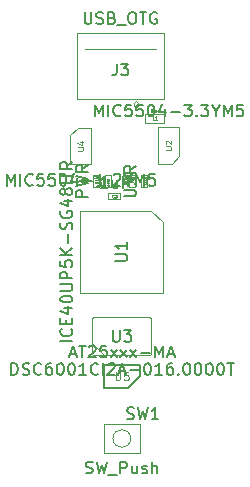
<source format=gbr>
G04 #@! TF.GenerationSoftware,KiCad,Pcbnew,5.0.1-33cea8e~66~ubuntu18.04.1*
G04 #@! TF.CreationDate,2018-10-16T23:10:54+02:00*
G04 #@! TF.ProjectId,TinyFPGA-BX,54696E79465047412D42582E6B696361,rev?*
G04 #@! TF.SameCoordinates,Original*
G04 #@! TF.FileFunction,Other,Fab,Top*
%FSLAX46Y46*%
G04 Gerber Fmt 4.6, Leading zero omitted, Abs format (unit mm)*
G04 Created by KiCad (PCBNEW 5.0.1-33cea8e~66~ubuntu18.04.1) date di 16 okt 2018 23:10:54 CEST*
%MOMM*%
%LPD*%
G01*
G04 APERTURE LIST*
%ADD10C,0.100000*%
%ADD11C,0.150000*%
%ADD12C,0.075000*%
%ADD13C,0.050000*%
%ADD14C,0.040000*%
%ADD15C,0.105000*%
G04 APERTURE END LIST*
D10*
G04 #@! TO.C,L1*
X154724000Y-102216000D02*
X154724000Y-103016000D01*
X153124000Y-102216000D02*
X154724000Y-102216000D01*
X153124000Y-103016000D02*
X153124000Y-102216000D01*
X154724000Y-103016000D02*
X153124000Y-103016000D01*
G04 #@! TO.C,R9*
X151769000Y-107392000D02*
X152269000Y-107392000D01*
X151769000Y-108392000D02*
X151769000Y-107392000D01*
X152269000Y-108392000D02*
X151769000Y-108392000D01*
X152269000Y-107392000D02*
X152269000Y-108392000D01*
G04 #@! TO.C,R8*
X149737000Y-107450000D02*
X150237000Y-107450000D01*
X149737000Y-108450000D02*
X149737000Y-107450000D01*
X150237000Y-108450000D02*
X149737000Y-108450000D01*
X150237000Y-107450000D02*
X150237000Y-108450000D01*
G04 #@! TO.C,U1*
X147630000Y-117419000D02*
X147630000Y-110419000D01*
X147630000Y-110419000D02*
X153630000Y-110419000D01*
X153630000Y-110419000D02*
X154630000Y-111419000D01*
X154630000Y-111419000D02*
X154630000Y-117419000D01*
X154630000Y-117419000D02*
X147630000Y-117419000D01*
G04 #@! TO.C,C3*
X150995000Y-108970000D02*
X150995000Y-109470000D01*
X150995000Y-109470000D02*
X149995000Y-109470000D01*
X149995000Y-109470000D02*
X149995000Y-108970000D01*
X149995000Y-108970000D02*
X150995000Y-108970000D01*
G04 #@! TO.C,D1*
X148721000Y-107627000D02*
X149221000Y-107627000D01*
X148721000Y-107527000D02*
X149221000Y-107527000D01*
X148721000Y-108427000D02*
X148721000Y-107427000D01*
X149221000Y-108427000D02*
X148721000Y-108427000D01*
X149221000Y-107427000D02*
X149221000Y-108427000D01*
X148721000Y-107427000D02*
X149221000Y-107427000D01*
G04 #@! TO.C,D2*
X152785000Y-107450000D02*
X153285000Y-107450000D01*
X153285000Y-107450000D02*
X153285000Y-108450000D01*
X153285000Y-108450000D02*
X152785000Y-108450000D01*
X152785000Y-108450000D02*
X152785000Y-107450000D01*
X152785000Y-107550000D02*
X153285000Y-107550000D01*
X152785000Y-107650000D02*
X153285000Y-107650000D01*
G04 #@! TO.C,J3*
X147321000Y-95421000D02*
X147321000Y-100971000D01*
X154021000Y-96721000D02*
X148021000Y-96721000D01*
X154721000Y-95421000D02*
X147321000Y-95421000D01*
X154721000Y-100971000D02*
X147321000Y-100971000D01*
X154721000Y-95421000D02*
X154721000Y-100971000D01*
X152321000Y-101121000D02*
X152521000Y-101321000D01*
X152121000Y-101321000D02*
X152321000Y-101121000D01*
X152521000Y-101531000D02*
X152121000Y-101531000D01*
X152521000Y-101531000D02*
X152521000Y-101321000D01*
X152121000Y-101531000D02*
X152121000Y-101321000D01*
G04 #@! TO.C,U2*
X154210000Y-106452000D02*
X154210000Y-103352000D01*
X154210000Y-103352000D02*
X156010000Y-103352000D01*
X156010000Y-105802000D02*
X156010000Y-103352000D01*
X154210000Y-106452000D02*
X155360000Y-106452000D01*
X156010000Y-105802000D02*
X155360000Y-106452000D01*
G04 #@! TO.C,U4*
X146758000Y-104063000D02*
X147408000Y-103413000D01*
X148558000Y-103413000D02*
X147408000Y-103413000D01*
X146758000Y-104063000D02*
X146758000Y-106513000D01*
X148558000Y-106513000D02*
X146758000Y-106513000D01*
X148558000Y-103413000D02*
X148558000Y-106513000D01*
G04 #@! TO.C,SW1*
X149630000Y-128473100D02*
X152630000Y-128473100D01*
X152630000Y-128473100D02*
X152630000Y-130973100D01*
X152630000Y-130973100D02*
X149630000Y-130973100D01*
X149630000Y-130973100D02*
X149630000Y-128473100D01*
X151880000Y-129723100D02*
G75*
G03X151880000Y-129723100I-750000J0D01*
G01*
G04 #@! TO.C,U3*
X148730000Y-119474000D02*
X153530000Y-119474000D01*
X153530000Y-119474000D02*
X153630000Y-119574000D01*
X153630000Y-119574000D02*
X153630000Y-122574000D01*
X153630000Y-122574000D02*
X153530000Y-122674000D01*
X153530000Y-122674000D02*
X148730000Y-122674000D01*
X148730000Y-122674000D02*
X148630000Y-122574000D01*
X148630000Y-122574000D02*
X148630000Y-119574000D01*
X148630000Y-119574000D02*
X148730000Y-119474000D01*
X148630000Y-121674000D02*
X149630000Y-122674000D01*
D11*
G04 #@! TO.C,U5*
X151630000Y-125460000D02*
X149630000Y-125460000D01*
X149630000Y-125460000D02*
X149630000Y-123460000D01*
X149630000Y-123460000D02*
X152630000Y-123460000D01*
X152630000Y-123460000D02*
X152630000Y-124460000D01*
X152630000Y-124460000D02*
X151630000Y-125460000D01*
G04 #@! TD*
G04 #@! TO.C,L1*
D12*
X153874000Y-102751714D02*
X153731142Y-102751714D01*
X153731142Y-102451714D01*
X154131142Y-102751714D02*
X153959714Y-102751714D01*
X154045428Y-102751714D02*
X154045428Y-102451714D01*
X154016857Y-102494571D01*
X153988285Y-102523142D01*
X153959714Y-102537428D01*
D13*
X153671619Y-101951714D02*
X153700190Y-101961238D01*
X153709714Y-101970761D01*
X153719238Y-101989809D01*
X153719238Y-102018380D01*
X153709714Y-102037428D01*
X153700190Y-102046952D01*
X153681142Y-102056476D01*
X153604952Y-102056476D01*
X153604952Y-101856476D01*
X153671619Y-101856476D01*
X153690666Y-101866000D01*
X153700190Y-101875523D01*
X153709714Y-101894571D01*
X153709714Y-101913619D01*
X153700190Y-101932666D01*
X153690666Y-101942190D01*
X153671619Y-101951714D01*
X153604952Y-101951714D01*
X153881142Y-102046952D02*
X153862095Y-102056476D01*
X153824000Y-102056476D01*
X153804952Y-102046952D01*
X153795428Y-102027904D01*
X153795428Y-101951714D01*
X153804952Y-101932666D01*
X153824000Y-101923142D01*
X153862095Y-101923142D01*
X153881142Y-101932666D01*
X153890666Y-101951714D01*
X153890666Y-101970761D01*
X153795428Y-101989809D01*
X154062095Y-102056476D02*
X154062095Y-101951714D01*
X154052571Y-101932666D01*
X154033523Y-101923142D01*
X153995428Y-101923142D01*
X153976380Y-101932666D01*
X154062095Y-102046952D02*
X154043047Y-102056476D01*
X153995428Y-102056476D01*
X153976380Y-102046952D01*
X153966857Y-102027904D01*
X153966857Y-102008857D01*
X153976380Y-101989809D01*
X153995428Y-101980285D01*
X154043047Y-101980285D01*
X154062095Y-101970761D01*
X154243047Y-102056476D02*
X154243047Y-101856476D01*
X154243047Y-102046952D02*
X154224000Y-102056476D01*
X154185904Y-102056476D01*
X154166857Y-102046952D01*
X154157333Y-102037428D01*
X154147809Y-102018380D01*
X154147809Y-101961238D01*
X154157333Y-101942190D01*
X154166857Y-101932666D01*
X154185904Y-101923142D01*
X154224000Y-101923142D01*
X154243047Y-101932666D01*
G04 #@! TO.C,R9*
X151228523Y-108139619D02*
X151219000Y-108130095D01*
X151209476Y-108111047D01*
X151209476Y-108063428D01*
X151219000Y-108044380D01*
X151228523Y-108034857D01*
X151247571Y-108025333D01*
X151266619Y-108025333D01*
X151295190Y-108034857D01*
X151409476Y-108149142D01*
X151409476Y-108025333D01*
X151209476Y-107958666D02*
X151209476Y-107825333D01*
X151409476Y-107911047D01*
X151209476Y-107711047D02*
X151209476Y-107692000D01*
X151219000Y-107672952D01*
X151228523Y-107663428D01*
X151247571Y-107653904D01*
X151285666Y-107644380D01*
X151333285Y-107644380D01*
X151371380Y-107653904D01*
X151390428Y-107663428D01*
X151399952Y-107672952D01*
X151409476Y-107692000D01*
X151409476Y-107711047D01*
X151399952Y-107730095D01*
X151390428Y-107739619D01*
X151371380Y-107749142D01*
X151333285Y-107758666D01*
X151285666Y-107758666D01*
X151247571Y-107749142D01*
X151228523Y-107739619D01*
X151219000Y-107730095D01*
X151209476Y-107711047D01*
X152109476Y-107925333D02*
X152014238Y-107992000D01*
X152109476Y-108039619D02*
X151909476Y-108039619D01*
X151909476Y-107963428D01*
X151919000Y-107944380D01*
X151928523Y-107934857D01*
X151947571Y-107925333D01*
X151976142Y-107925333D01*
X151995190Y-107934857D01*
X152004714Y-107944380D01*
X152014238Y-107963428D01*
X152014238Y-108039619D01*
X152109476Y-107830095D02*
X152109476Y-107792000D01*
X152099952Y-107772952D01*
X152090428Y-107763428D01*
X152061857Y-107744380D01*
X152023761Y-107734857D01*
X151947571Y-107734857D01*
X151928523Y-107744380D01*
X151919000Y-107753904D01*
X151909476Y-107772952D01*
X151909476Y-107811047D01*
X151919000Y-107830095D01*
X151928523Y-107839619D01*
X151947571Y-107849142D01*
X151995190Y-107849142D01*
X152014238Y-107839619D01*
X152023761Y-107830095D01*
X152033285Y-107811047D01*
X152033285Y-107772952D01*
X152023761Y-107753904D01*
X152014238Y-107744380D01*
X151995190Y-107734857D01*
G04 #@! TO.C,R8*
X149196523Y-108197619D02*
X149187000Y-108188095D01*
X149177476Y-108169047D01*
X149177476Y-108121428D01*
X149187000Y-108102380D01*
X149196523Y-108092857D01*
X149215571Y-108083333D01*
X149234619Y-108083333D01*
X149263190Y-108092857D01*
X149377476Y-108207142D01*
X149377476Y-108083333D01*
X149177476Y-108016666D02*
X149177476Y-107883333D01*
X149377476Y-107969047D01*
X149177476Y-107769047D02*
X149177476Y-107750000D01*
X149187000Y-107730952D01*
X149196523Y-107721428D01*
X149215571Y-107711904D01*
X149253666Y-107702380D01*
X149301285Y-107702380D01*
X149339380Y-107711904D01*
X149358428Y-107721428D01*
X149367952Y-107730952D01*
X149377476Y-107750000D01*
X149377476Y-107769047D01*
X149367952Y-107788095D01*
X149358428Y-107797619D01*
X149339380Y-107807142D01*
X149301285Y-107816666D01*
X149253666Y-107816666D01*
X149215571Y-107807142D01*
X149196523Y-107797619D01*
X149187000Y-107788095D01*
X149177476Y-107769047D01*
X150077476Y-107983333D02*
X149982238Y-108050000D01*
X150077476Y-108097619D02*
X149877476Y-108097619D01*
X149877476Y-108021428D01*
X149887000Y-108002380D01*
X149896523Y-107992857D01*
X149915571Y-107983333D01*
X149944142Y-107983333D01*
X149963190Y-107992857D01*
X149972714Y-108002380D01*
X149982238Y-108021428D01*
X149982238Y-108097619D01*
X149963190Y-107869047D02*
X149953666Y-107888095D01*
X149944142Y-107897619D01*
X149925095Y-107907142D01*
X149915571Y-107907142D01*
X149896523Y-107897619D01*
X149887000Y-107888095D01*
X149877476Y-107869047D01*
X149877476Y-107830952D01*
X149887000Y-107811904D01*
X149896523Y-107802380D01*
X149915571Y-107792857D01*
X149925095Y-107792857D01*
X149944142Y-107802380D01*
X149953666Y-107811904D01*
X149963190Y-107830952D01*
X149963190Y-107869047D01*
X149972714Y-107888095D01*
X149982238Y-107897619D01*
X150001285Y-107907142D01*
X150039380Y-107907142D01*
X150058428Y-107897619D01*
X150067952Y-107888095D01*
X150077476Y-107869047D01*
X150077476Y-107830952D01*
X150067952Y-107811904D01*
X150058428Y-107802380D01*
X150039380Y-107792857D01*
X150001285Y-107792857D01*
X149982238Y-107802380D01*
X149972714Y-107811904D01*
X149963190Y-107830952D01*
G04 #@! TO.C,U1*
D11*
X146932380Y-121490428D02*
X145932380Y-121490428D01*
X146837142Y-120442809D02*
X146884761Y-120490428D01*
X146932380Y-120633285D01*
X146932380Y-120728523D01*
X146884761Y-120871380D01*
X146789523Y-120966619D01*
X146694285Y-121014238D01*
X146503809Y-121061857D01*
X146360952Y-121061857D01*
X146170476Y-121014238D01*
X146075238Y-120966619D01*
X145980000Y-120871380D01*
X145932380Y-120728523D01*
X145932380Y-120633285D01*
X145980000Y-120490428D01*
X146027619Y-120442809D01*
X146408571Y-120014238D02*
X146408571Y-119680904D01*
X146932380Y-119538047D02*
X146932380Y-120014238D01*
X145932380Y-120014238D01*
X145932380Y-119538047D01*
X146265714Y-118680904D02*
X146932380Y-118680904D01*
X145884761Y-118919000D02*
X146599047Y-119157095D01*
X146599047Y-118538047D01*
X145932380Y-117966619D02*
X145932380Y-117871380D01*
X145980000Y-117776142D01*
X146027619Y-117728523D01*
X146122857Y-117680904D01*
X146313333Y-117633285D01*
X146551428Y-117633285D01*
X146741904Y-117680904D01*
X146837142Y-117728523D01*
X146884761Y-117776142D01*
X146932380Y-117871380D01*
X146932380Y-117966619D01*
X146884761Y-118061857D01*
X146837142Y-118109476D01*
X146741904Y-118157095D01*
X146551428Y-118204714D01*
X146313333Y-118204714D01*
X146122857Y-118157095D01*
X146027619Y-118109476D01*
X145980000Y-118061857D01*
X145932380Y-117966619D01*
X145932380Y-117204714D02*
X146741904Y-117204714D01*
X146837142Y-117157095D01*
X146884761Y-117109476D01*
X146932380Y-117014238D01*
X146932380Y-116823761D01*
X146884761Y-116728523D01*
X146837142Y-116680904D01*
X146741904Y-116633285D01*
X145932380Y-116633285D01*
X146932380Y-116157095D02*
X145932380Y-116157095D01*
X145932380Y-115776142D01*
X145980000Y-115680904D01*
X146027619Y-115633285D01*
X146122857Y-115585666D01*
X146265714Y-115585666D01*
X146360952Y-115633285D01*
X146408571Y-115680904D01*
X146456190Y-115776142D01*
X146456190Y-116157095D01*
X145932380Y-114680904D02*
X145932380Y-115157095D01*
X146408571Y-115204714D01*
X146360952Y-115157095D01*
X146313333Y-115061857D01*
X146313333Y-114823761D01*
X146360952Y-114728523D01*
X146408571Y-114680904D01*
X146503809Y-114633285D01*
X146741904Y-114633285D01*
X146837142Y-114680904D01*
X146884761Y-114728523D01*
X146932380Y-114823761D01*
X146932380Y-115061857D01*
X146884761Y-115157095D01*
X146837142Y-115204714D01*
X146932380Y-114204714D02*
X145932380Y-114204714D01*
X146932380Y-113633285D02*
X146360952Y-114061857D01*
X145932380Y-113633285D02*
X146503809Y-114204714D01*
X146551428Y-113204714D02*
X146551428Y-112442809D01*
X146884761Y-112014238D02*
X146932380Y-111871380D01*
X146932380Y-111633285D01*
X146884761Y-111538047D01*
X146837142Y-111490428D01*
X146741904Y-111442809D01*
X146646666Y-111442809D01*
X146551428Y-111490428D01*
X146503809Y-111538047D01*
X146456190Y-111633285D01*
X146408571Y-111823761D01*
X146360952Y-111919000D01*
X146313333Y-111966619D01*
X146218095Y-112014238D01*
X146122857Y-112014238D01*
X146027619Y-111966619D01*
X145980000Y-111919000D01*
X145932380Y-111823761D01*
X145932380Y-111585666D01*
X145980000Y-111442809D01*
X145980000Y-110490428D02*
X145932380Y-110585666D01*
X145932380Y-110728523D01*
X145980000Y-110871380D01*
X146075238Y-110966619D01*
X146170476Y-111014238D01*
X146360952Y-111061857D01*
X146503809Y-111061857D01*
X146694285Y-111014238D01*
X146789523Y-110966619D01*
X146884761Y-110871380D01*
X146932380Y-110728523D01*
X146932380Y-110633285D01*
X146884761Y-110490428D01*
X146837142Y-110442809D01*
X146503809Y-110442809D01*
X146503809Y-110633285D01*
X146265714Y-109585666D02*
X146932380Y-109585666D01*
X145884761Y-109823761D02*
X146599047Y-110061857D01*
X146599047Y-109442809D01*
X146360952Y-108919000D02*
X146313333Y-109014238D01*
X146265714Y-109061857D01*
X146170476Y-109109476D01*
X146122857Y-109109476D01*
X146027619Y-109061857D01*
X145980000Y-109014238D01*
X145932380Y-108919000D01*
X145932380Y-108728523D01*
X145980000Y-108633285D01*
X146027619Y-108585666D01*
X146122857Y-108538047D01*
X146170476Y-108538047D01*
X146265714Y-108585666D01*
X146313333Y-108633285D01*
X146360952Y-108728523D01*
X146360952Y-108919000D01*
X146408571Y-109014238D01*
X146456190Y-109061857D01*
X146551428Y-109109476D01*
X146741904Y-109109476D01*
X146837142Y-109061857D01*
X146884761Y-109014238D01*
X146932380Y-108919000D01*
X146932380Y-108728523D01*
X146884761Y-108633285D01*
X146837142Y-108585666D01*
X146741904Y-108538047D01*
X146551428Y-108538047D01*
X146456190Y-108585666D01*
X146408571Y-108633285D01*
X146360952Y-108728523D01*
X146932380Y-108109476D02*
X145932380Y-108109476D01*
X145932380Y-107776142D02*
X145932380Y-107204714D01*
X146932380Y-107490428D02*
X145932380Y-107490428D01*
X146932380Y-106299952D02*
X146456190Y-106633285D01*
X146932380Y-106871380D02*
X145932380Y-106871380D01*
X145932380Y-106490428D01*
X145980000Y-106395190D01*
X146027619Y-106347571D01*
X146122857Y-106299952D01*
X146265714Y-106299952D01*
X146360952Y-106347571D01*
X146408571Y-106395190D01*
X146456190Y-106490428D01*
X146456190Y-106871380D01*
X150582380Y-114680904D02*
X151391904Y-114680904D01*
X151487142Y-114633285D01*
X151534761Y-114585666D01*
X151582380Y-114490428D01*
X151582380Y-114299952D01*
X151534761Y-114204714D01*
X151487142Y-114157095D01*
X151391904Y-114109476D01*
X150582380Y-114109476D01*
X151582380Y-113109476D02*
X151582380Y-113680904D01*
X151582380Y-113395190D02*
X150582380Y-113395190D01*
X150725238Y-113490428D01*
X150820476Y-113585666D01*
X150868095Y-113680904D01*
G04 #@! TO.C,C3*
X149899761Y-108502380D02*
X149328333Y-108502380D01*
X149614047Y-108502380D02*
X149614047Y-107502380D01*
X149518809Y-107645238D01*
X149423571Y-107740476D01*
X149328333Y-107788095D01*
X150756904Y-107835714D02*
X150756904Y-108502380D01*
X150328333Y-107835714D02*
X150328333Y-108359523D01*
X150375952Y-108454761D01*
X150471190Y-108502380D01*
X150614047Y-108502380D01*
X150709285Y-108454761D01*
X150756904Y-108407142D01*
X151566428Y-107978571D02*
X151233095Y-107978571D01*
X151233095Y-108502380D02*
X151233095Y-107502380D01*
X151709285Y-107502380D01*
D14*
X150453333Y-109309285D02*
X150441428Y-109321190D01*
X150405714Y-109333095D01*
X150381904Y-109333095D01*
X150346190Y-109321190D01*
X150322380Y-109297380D01*
X150310476Y-109273571D01*
X150298571Y-109225952D01*
X150298571Y-109190238D01*
X150310476Y-109142619D01*
X150322380Y-109118809D01*
X150346190Y-109095000D01*
X150381904Y-109083095D01*
X150405714Y-109083095D01*
X150441428Y-109095000D01*
X150453333Y-109106904D01*
X150536666Y-109083095D02*
X150691428Y-109083095D01*
X150608095Y-109178333D01*
X150643809Y-109178333D01*
X150667619Y-109190238D01*
X150679523Y-109202142D01*
X150691428Y-109225952D01*
X150691428Y-109285476D01*
X150679523Y-109309285D01*
X150667619Y-109321190D01*
X150643809Y-109333095D01*
X150572380Y-109333095D01*
X150548571Y-109321190D01*
X150536666Y-109309285D01*
G04 #@! TO.C,D1*
D11*
X148253380Y-109260333D02*
X147253380Y-109260333D01*
X147253380Y-108879380D01*
X147301000Y-108784142D01*
X147348619Y-108736523D01*
X147443857Y-108688904D01*
X147586714Y-108688904D01*
X147681952Y-108736523D01*
X147729571Y-108784142D01*
X147777190Y-108879380D01*
X147777190Y-109260333D01*
X147253380Y-108355571D02*
X148253380Y-108117476D01*
X147539095Y-107927000D01*
X148253380Y-107736523D01*
X147253380Y-107498428D01*
X148253380Y-106546047D02*
X147777190Y-106879380D01*
X148253380Y-107117476D02*
X147253380Y-107117476D01*
X147253380Y-106736523D01*
X147301000Y-106641285D01*
X147348619Y-106593666D01*
X147443857Y-106546047D01*
X147586714Y-106546047D01*
X147681952Y-106593666D01*
X147729571Y-106641285D01*
X147777190Y-106736523D01*
X147777190Y-107117476D01*
D14*
X149084095Y-108111523D02*
X148834095Y-108111523D01*
X148834095Y-108052000D01*
X148846000Y-108016285D01*
X148869809Y-107992476D01*
X148893619Y-107980571D01*
X148941238Y-107968666D01*
X148976952Y-107968666D01*
X149024571Y-107980571D01*
X149048380Y-107992476D01*
X149072190Y-108016285D01*
X149084095Y-108052000D01*
X149084095Y-108111523D01*
X149084095Y-107730571D02*
X149084095Y-107873428D01*
X149084095Y-107802000D02*
X148834095Y-107802000D01*
X148869809Y-107825809D01*
X148893619Y-107849619D01*
X148905523Y-107873428D01*
G04 #@! TO.C,D2*
D11*
X151317380Y-109211904D02*
X152126904Y-109211904D01*
X152222142Y-109164285D01*
X152269761Y-109116666D01*
X152317380Y-109021428D01*
X152317380Y-108830952D01*
X152269761Y-108735714D01*
X152222142Y-108688095D01*
X152126904Y-108640476D01*
X151317380Y-108640476D01*
X152269761Y-108211904D02*
X152317380Y-108069047D01*
X152317380Y-107830952D01*
X152269761Y-107735714D01*
X152222142Y-107688095D01*
X152126904Y-107640476D01*
X152031666Y-107640476D01*
X151936428Y-107688095D01*
X151888809Y-107735714D01*
X151841190Y-107830952D01*
X151793571Y-108021428D01*
X151745952Y-108116666D01*
X151698333Y-108164285D01*
X151603095Y-108211904D01*
X151507857Y-108211904D01*
X151412619Y-108164285D01*
X151365000Y-108116666D01*
X151317380Y-108021428D01*
X151317380Y-107783333D01*
X151365000Y-107640476D01*
X152317380Y-106640476D02*
X151841190Y-106973809D01*
X152317380Y-107211904D02*
X151317380Y-107211904D01*
X151317380Y-106830952D01*
X151365000Y-106735714D01*
X151412619Y-106688095D01*
X151507857Y-106640476D01*
X151650714Y-106640476D01*
X151745952Y-106688095D01*
X151793571Y-106735714D01*
X151841190Y-106830952D01*
X151841190Y-107211904D01*
D14*
X153148095Y-108134523D02*
X152898095Y-108134523D01*
X152898095Y-108075000D01*
X152910000Y-108039285D01*
X152933809Y-108015476D01*
X152957619Y-108003571D01*
X153005238Y-107991666D01*
X153040952Y-107991666D01*
X153088571Y-108003571D01*
X153112380Y-108015476D01*
X153136190Y-108039285D01*
X153148095Y-108075000D01*
X153148095Y-108134523D01*
X152921904Y-107896428D02*
X152910000Y-107884523D01*
X152898095Y-107860714D01*
X152898095Y-107801190D01*
X152910000Y-107777380D01*
X152921904Y-107765476D01*
X152945714Y-107753571D01*
X152969523Y-107753571D01*
X153005238Y-107765476D01*
X153148095Y-107908333D01*
X153148095Y-107753571D01*
G04 #@! TO.C,J3*
D11*
X147973380Y-93623380D02*
X147973380Y-94432904D01*
X148021000Y-94528142D01*
X148068619Y-94575761D01*
X148163857Y-94623380D01*
X148354333Y-94623380D01*
X148449571Y-94575761D01*
X148497190Y-94528142D01*
X148544809Y-94432904D01*
X148544809Y-93623380D01*
X148973380Y-94575761D02*
X149116238Y-94623380D01*
X149354333Y-94623380D01*
X149449571Y-94575761D01*
X149497190Y-94528142D01*
X149544809Y-94432904D01*
X149544809Y-94337666D01*
X149497190Y-94242428D01*
X149449571Y-94194809D01*
X149354333Y-94147190D01*
X149163857Y-94099571D01*
X149068619Y-94051952D01*
X149021000Y-94004333D01*
X148973380Y-93909095D01*
X148973380Y-93813857D01*
X149021000Y-93718619D01*
X149068619Y-93671000D01*
X149163857Y-93623380D01*
X149401952Y-93623380D01*
X149544809Y-93671000D01*
X150306714Y-94099571D02*
X150449571Y-94147190D01*
X150497190Y-94194809D01*
X150544809Y-94290047D01*
X150544809Y-94432904D01*
X150497190Y-94528142D01*
X150449571Y-94575761D01*
X150354333Y-94623380D01*
X149973380Y-94623380D01*
X149973380Y-93623380D01*
X150306714Y-93623380D01*
X150401952Y-93671000D01*
X150449571Y-93718619D01*
X150497190Y-93813857D01*
X150497190Y-93909095D01*
X150449571Y-94004333D01*
X150401952Y-94051952D01*
X150306714Y-94099571D01*
X149973380Y-94099571D01*
X150735285Y-94718619D02*
X151497190Y-94718619D01*
X151925761Y-93623380D02*
X152116238Y-93623380D01*
X152211476Y-93671000D01*
X152306714Y-93766238D01*
X152354333Y-93956714D01*
X152354333Y-94290047D01*
X152306714Y-94480523D01*
X152211476Y-94575761D01*
X152116238Y-94623380D01*
X151925761Y-94623380D01*
X151830523Y-94575761D01*
X151735285Y-94480523D01*
X151687666Y-94290047D01*
X151687666Y-93956714D01*
X151735285Y-93766238D01*
X151830523Y-93671000D01*
X151925761Y-93623380D01*
X152640047Y-93623380D02*
X153211476Y-93623380D01*
X152925761Y-94623380D02*
X152925761Y-93623380D01*
X154068619Y-93671000D02*
X153973380Y-93623380D01*
X153830523Y-93623380D01*
X153687666Y-93671000D01*
X153592428Y-93766238D01*
X153544809Y-93861476D01*
X153497190Y-94051952D01*
X153497190Y-94194809D01*
X153544809Y-94385285D01*
X153592428Y-94480523D01*
X153687666Y-94575761D01*
X153830523Y-94623380D01*
X153925761Y-94623380D01*
X154068619Y-94575761D01*
X154116238Y-94528142D01*
X154116238Y-94194809D01*
X153925761Y-94194809D01*
X150687666Y-97973380D02*
X150687666Y-98687666D01*
X150640047Y-98830523D01*
X150544809Y-98925761D01*
X150401952Y-98973380D01*
X150306714Y-98973380D01*
X151068619Y-97973380D02*
X151687666Y-97973380D01*
X151354333Y-98354333D01*
X151497190Y-98354333D01*
X151592428Y-98401952D01*
X151640047Y-98449571D01*
X151687666Y-98544809D01*
X151687666Y-98782904D01*
X151640047Y-98878142D01*
X151592428Y-98925761D01*
X151497190Y-98973380D01*
X151211476Y-98973380D01*
X151116238Y-98925761D01*
X151068619Y-98878142D01*
G04 #@! TO.C,U2*
X148848095Y-102454380D02*
X148848095Y-101454380D01*
X149181428Y-102168666D01*
X149514761Y-101454380D01*
X149514761Y-102454380D01*
X149990952Y-102454380D02*
X149990952Y-101454380D01*
X151038571Y-102359142D02*
X150990952Y-102406761D01*
X150848095Y-102454380D01*
X150752857Y-102454380D01*
X150610000Y-102406761D01*
X150514761Y-102311523D01*
X150467142Y-102216285D01*
X150419523Y-102025809D01*
X150419523Y-101882952D01*
X150467142Y-101692476D01*
X150514761Y-101597238D01*
X150610000Y-101502000D01*
X150752857Y-101454380D01*
X150848095Y-101454380D01*
X150990952Y-101502000D01*
X151038571Y-101549619D01*
X151943333Y-101454380D02*
X151467142Y-101454380D01*
X151419523Y-101930571D01*
X151467142Y-101882952D01*
X151562380Y-101835333D01*
X151800476Y-101835333D01*
X151895714Y-101882952D01*
X151943333Y-101930571D01*
X151990952Y-102025809D01*
X151990952Y-102263904D01*
X151943333Y-102359142D01*
X151895714Y-102406761D01*
X151800476Y-102454380D01*
X151562380Y-102454380D01*
X151467142Y-102406761D01*
X151419523Y-102359142D01*
X152895714Y-101454380D02*
X152419523Y-101454380D01*
X152371904Y-101930571D01*
X152419523Y-101882952D01*
X152514761Y-101835333D01*
X152752857Y-101835333D01*
X152848095Y-101882952D01*
X152895714Y-101930571D01*
X152943333Y-102025809D01*
X152943333Y-102263904D01*
X152895714Y-102359142D01*
X152848095Y-102406761D01*
X152752857Y-102454380D01*
X152514761Y-102454380D01*
X152419523Y-102406761D01*
X152371904Y-102359142D01*
X153562380Y-101454380D02*
X153657619Y-101454380D01*
X153752857Y-101502000D01*
X153800476Y-101549619D01*
X153848095Y-101644857D01*
X153895714Y-101835333D01*
X153895714Y-102073428D01*
X153848095Y-102263904D01*
X153800476Y-102359142D01*
X153752857Y-102406761D01*
X153657619Y-102454380D01*
X153562380Y-102454380D01*
X153467142Y-102406761D01*
X153419523Y-102359142D01*
X153371904Y-102263904D01*
X153324285Y-102073428D01*
X153324285Y-101835333D01*
X153371904Y-101644857D01*
X153419523Y-101549619D01*
X153467142Y-101502000D01*
X153562380Y-101454380D01*
X154752857Y-101787714D02*
X154752857Y-102454380D01*
X154514761Y-101406761D02*
X154276666Y-102121047D01*
X154895714Y-102121047D01*
X155276666Y-102073428D02*
X156038571Y-102073428D01*
X156419523Y-101454380D02*
X157038571Y-101454380D01*
X156705238Y-101835333D01*
X156848095Y-101835333D01*
X156943333Y-101882952D01*
X156990952Y-101930571D01*
X157038571Y-102025809D01*
X157038571Y-102263904D01*
X156990952Y-102359142D01*
X156943333Y-102406761D01*
X156848095Y-102454380D01*
X156562380Y-102454380D01*
X156467142Y-102406761D01*
X156419523Y-102359142D01*
X157467142Y-102359142D02*
X157514761Y-102406761D01*
X157467142Y-102454380D01*
X157419523Y-102406761D01*
X157467142Y-102359142D01*
X157467142Y-102454380D01*
X157848095Y-101454380D02*
X158467142Y-101454380D01*
X158133809Y-101835333D01*
X158276666Y-101835333D01*
X158371904Y-101882952D01*
X158419523Y-101930571D01*
X158467142Y-102025809D01*
X158467142Y-102263904D01*
X158419523Y-102359142D01*
X158371904Y-102406761D01*
X158276666Y-102454380D01*
X157990952Y-102454380D01*
X157895714Y-102406761D01*
X157848095Y-102359142D01*
X159086190Y-101978190D02*
X159086190Y-102454380D01*
X158752857Y-101454380D02*
X159086190Y-101978190D01*
X159419523Y-101454380D01*
X159752857Y-102454380D02*
X159752857Y-101454380D01*
X160086190Y-102168666D01*
X160419523Y-101454380D01*
X160419523Y-102454380D01*
X161371904Y-101454380D02*
X160895714Y-101454380D01*
X160848095Y-101930571D01*
X160895714Y-101882952D01*
X160990952Y-101835333D01*
X161229047Y-101835333D01*
X161324285Y-101882952D01*
X161371904Y-101930571D01*
X161419523Y-102025809D01*
X161419523Y-102263904D01*
X161371904Y-102359142D01*
X161324285Y-102406761D01*
X161229047Y-102454380D01*
X160990952Y-102454380D01*
X160895714Y-102406761D01*
X160848095Y-102359142D01*
D12*
X154836190Y-105282952D02*
X155240952Y-105282952D01*
X155288571Y-105259142D01*
X155312380Y-105235333D01*
X155336190Y-105187714D01*
X155336190Y-105092476D01*
X155312380Y-105044857D01*
X155288571Y-105021047D01*
X155240952Y-104997238D01*
X154836190Y-104997238D01*
X154883809Y-104782952D02*
X154860000Y-104759142D01*
X154836190Y-104711523D01*
X154836190Y-104592476D01*
X154860000Y-104544857D01*
X154883809Y-104521047D01*
X154931428Y-104497238D01*
X154979047Y-104497238D01*
X155050476Y-104521047D01*
X155336190Y-104806761D01*
X155336190Y-104497238D01*
G04 #@! TO.C,U4*
D11*
X141396095Y-108315380D02*
X141396095Y-107315380D01*
X141729428Y-108029666D01*
X142062761Y-107315380D01*
X142062761Y-108315380D01*
X142538952Y-108315380D02*
X142538952Y-107315380D01*
X143586571Y-108220142D02*
X143538952Y-108267761D01*
X143396095Y-108315380D01*
X143300857Y-108315380D01*
X143158000Y-108267761D01*
X143062761Y-108172523D01*
X143015142Y-108077285D01*
X142967523Y-107886809D01*
X142967523Y-107743952D01*
X143015142Y-107553476D01*
X143062761Y-107458238D01*
X143158000Y-107363000D01*
X143300857Y-107315380D01*
X143396095Y-107315380D01*
X143538952Y-107363000D01*
X143586571Y-107410619D01*
X144491333Y-107315380D02*
X144015142Y-107315380D01*
X143967523Y-107791571D01*
X144015142Y-107743952D01*
X144110380Y-107696333D01*
X144348476Y-107696333D01*
X144443714Y-107743952D01*
X144491333Y-107791571D01*
X144538952Y-107886809D01*
X144538952Y-108124904D01*
X144491333Y-108220142D01*
X144443714Y-108267761D01*
X144348476Y-108315380D01*
X144110380Y-108315380D01*
X144015142Y-108267761D01*
X143967523Y-108220142D01*
X145443714Y-107315380D02*
X144967523Y-107315380D01*
X144919904Y-107791571D01*
X144967523Y-107743952D01*
X145062761Y-107696333D01*
X145300857Y-107696333D01*
X145396095Y-107743952D01*
X145443714Y-107791571D01*
X145491333Y-107886809D01*
X145491333Y-108124904D01*
X145443714Y-108220142D01*
X145396095Y-108267761D01*
X145300857Y-108315380D01*
X145062761Y-108315380D01*
X144967523Y-108267761D01*
X144919904Y-108220142D01*
X146110380Y-107315380D02*
X146205619Y-107315380D01*
X146300857Y-107363000D01*
X146348476Y-107410619D01*
X146396095Y-107505857D01*
X146443714Y-107696333D01*
X146443714Y-107934428D01*
X146396095Y-108124904D01*
X146348476Y-108220142D01*
X146300857Y-108267761D01*
X146205619Y-108315380D01*
X146110380Y-108315380D01*
X146015142Y-108267761D01*
X145967523Y-108220142D01*
X145919904Y-108124904D01*
X145872285Y-107934428D01*
X145872285Y-107696333D01*
X145919904Y-107505857D01*
X145967523Y-107410619D01*
X146015142Y-107363000D01*
X146110380Y-107315380D01*
X147300857Y-107648714D02*
X147300857Y-108315380D01*
X147062761Y-107267761D02*
X146824666Y-107982047D01*
X147443714Y-107982047D01*
X147824666Y-107934428D02*
X148586571Y-107934428D01*
X149586571Y-108315380D02*
X149015142Y-108315380D01*
X149300857Y-108315380D02*
X149300857Y-107315380D01*
X149205619Y-107458238D01*
X149110380Y-107553476D01*
X149015142Y-107601095D01*
X150015142Y-108220142D02*
X150062761Y-108267761D01*
X150015142Y-108315380D01*
X149967523Y-108267761D01*
X150015142Y-108220142D01*
X150015142Y-108315380D01*
X150443714Y-107410619D02*
X150491333Y-107363000D01*
X150586571Y-107315380D01*
X150824666Y-107315380D01*
X150919904Y-107363000D01*
X150967523Y-107410619D01*
X151015142Y-107505857D01*
X151015142Y-107601095D01*
X150967523Y-107743952D01*
X150396095Y-108315380D01*
X151015142Y-108315380D01*
X151634190Y-107839190D02*
X151634190Y-108315380D01*
X151300857Y-107315380D02*
X151634190Y-107839190D01*
X151967523Y-107315380D01*
X152300857Y-108315380D02*
X152300857Y-107315380D01*
X152634190Y-108029666D01*
X152967523Y-107315380D01*
X152967523Y-108315380D01*
X153919904Y-107315380D02*
X153443714Y-107315380D01*
X153396095Y-107791571D01*
X153443714Y-107743952D01*
X153538952Y-107696333D01*
X153777047Y-107696333D01*
X153872285Y-107743952D01*
X153919904Y-107791571D01*
X153967523Y-107886809D01*
X153967523Y-108124904D01*
X153919904Y-108220142D01*
X153872285Y-108267761D01*
X153777047Y-108315380D01*
X153538952Y-108315380D01*
X153443714Y-108267761D01*
X153396095Y-108220142D01*
D12*
X147384190Y-105343952D02*
X147788952Y-105343952D01*
X147836571Y-105320142D01*
X147860380Y-105296333D01*
X147884190Y-105248714D01*
X147884190Y-105153476D01*
X147860380Y-105105857D01*
X147836571Y-105082047D01*
X147788952Y-105058238D01*
X147384190Y-105058238D01*
X147550857Y-104605857D02*
X147884190Y-104605857D01*
X147360380Y-104724904D02*
X147717523Y-104843952D01*
X147717523Y-104534428D01*
G04 #@! TO.C,SW1*
D11*
X148082380Y-132627861D02*
X148225238Y-132675480D01*
X148463333Y-132675480D01*
X148558571Y-132627861D01*
X148606190Y-132580242D01*
X148653809Y-132485004D01*
X148653809Y-132389766D01*
X148606190Y-132294528D01*
X148558571Y-132246909D01*
X148463333Y-132199290D01*
X148272857Y-132151671D01*
X148177619Y-132104052D01*
X148130000Y-132056433D01*
X148082380Y-131961195D01*
X148082380Y-131865957D01*
X148130000Y-131770719D01*
X148177619Y-131723100D01*
X148272857Y-131675480D01*
X148510952Y-131675480D01*
X148653809Y-131723100D01*
X148987142Y-131675480D02*
X149225238Y-132675480D01*
X149415714Y-131961195D01*
X149606190Y-132675480D01*
X149844285Y-131675480D01*
X149987142Y-132770719D02*
X150749047Y-132770719D01*
X150987142Y-132675480D02*
X150987142Y-131675480D01*
X151368095Y-131675480D01*
X151463333Y-131723100D01*
X151510952Y-131770719D01*
X151558571Y-131865957D01*
X151558571Y-132008814D01*
X151510952Y-132104052D01*
X151463333Y-132151671D01*
X151368095Y-132199290D01*
X150987142Y-132199290D01*
X152415714Y-132008814D02*
X152415714Y-132675480D01*
X151987142Y-132008814D02*
X151987142Y-132532623D01*
X152034761Y-132627861D01*
X152130000Y-132675480D01*
X152272857Y-132675480D01*
X152368095Y-132627861D01*
X152415714Y-132580242D01*
X152844285Y-132627861D02*
X152939523Y-132675480D01*
X153130000Y-132675480D01*
X153225238Y-132627861D01*
X153272857Y-132532623D01*
X153272857Y-132485004D01*
X153225238Y-132389766D01*
X153130000Y-132342147D01*
X152987142Y-132342147D01*
X152891904Y-132294528D01*
X152844285Y-132199290D01*
X152844285Y-132151671D01*
X152891904Y-132056433D01*
X152987142Y-132008814D01*
X153130000Y-132008814D01*
X153225238Y-132056433D01*
X153701428Y-132675480D02*
X153701428Y-131675480D01*
X154130000Y-132675480D02*
X154130000Y-132151671D01*
X154082380Y-132056433D01*
X153987142Y-132008814D01*
X153844285Y-132008814D01*
X153749047Y-132056433D01*
X153701428Y-132104052D01*
X151568666Y-128039761D02*
X151711523Y-128087380D01*
X151949619Y-128087380D01*
X152044857Y-128039761D01*
X152092476Y-127992142D01*
X152140095Y-127896904D01*
X152140095Y-127801666D01*
X152092476Y-127706428D01*
X152044857Y-127658809D01*
X151949619Y-127611190D01*
X151759142Y-127563571D01*
X151663904Y-127515952D01*
X151616285Y-127468333D01*
X151568666Y-127373095D01*
X151568666Y-127277857D01*
X151616285Y-127182619D01*
X151663904Y-127135000D01*
X151759142Y-127087380D01*
X151997238Y-127087380D01*
X152140095Y-127135000D01*
X152473428Y-127087380D02*
X152711523Y-128087380D01*
X152902000Y-127373095D01*
X153092476Y-128087380D01*
X153330571Y-127087380D01*
X154235333Y-128087380D02*
X153663904Y-128087380D01*
X153949619Y-128087380D02*
X153949619Y-127087380D01*
X153854380Y-127230238D01*
X153759142Y-127325476D01*
X153663904Y-127373095D01*
G04 #@! TO.C,U3*
X141772857Y-124326380D02*
X141772857Y-123326380D01*
X142010952Y-123326380D01*
X142153809Y-123374000D01*
X142249047Y-123469238D01*
X142296666Y-123564476D01*
X142344285Y-123754952D01*
X142344285Y-123897809D01*
X142296666Y-124088285D01*
X142249047Y-124183523D01*
X142153809Y-124278761D01*
X142010952Y-124326380D01*
X141772857Y-124326380D01*
X142725238Y-124278761D02*
X142868095Y-124326380D01*
X143106190Y-124326380D01*
X143201428Y-124278761D01*
X143249047Y-124231142D01*
X143296666Y-124135904D01*
X143296666Y-124040666D01*
X143249047Y-123945428D01*
X143201428Y-123897809D01*
X143106190Y-123850190D01*
X142915714Y-123802571D01*
X142820476Y-123754952D01*
X142772857Y-123707333D01*
X142725238Y-123612095D01*
X142725238Y-123516857D01*
X142772857Y-123421619D01*
X142820476Y-123374000D01*
X142915714Y-123326380D01*
X143153809Y-123326380D01*
X143296666Y-123374000D01*
X144296666Y-124231142D02*
X144249047Y-124278761D01*
X144106190Y-124326380D01*
X144010952Y-124326380D01*
X143868095Y-124278761D01*
X143772857Y-124183523D01*
X143725238Y-124088285D01*
X143677619Y-123897809D01*
X143677619Y-123754952D01*
X143725238Y-123564476D01*
X143772857Y-123469238D01*
X143868095Y-123374000D01*
X144010952Y-123326380D01*
X144106190Y-123326380D01*
X144249047Y-123374000D01*
X144296666Y-123421619D01*
X145153809Y-123326380D02*
X144963333Y-123326380D01*
X144868095Y-123374000D01*
X144820476Y-123421619D01*
X144725238Y-123564476D01*
X144677619Y-123754952D01*
X144677619Y-124135904D01*
X144725238Y-124231142D01*
X144772857Y-124278761D01*
X144868095Y-124326380D01*
X145058571Y-124326380D01*
X145153809Y-124278761D01*
X145201428Y-124231142D01*
X145249047Y-124135904D01*
X145249047Y-123897809D01*
X145201428Y-123802571D01*
X145153809Y-123754952D01*
X145058571Y-123707333D01*
X144868095Y-123707333D01*
X144772857Y-123754952D01*
X144725238Y-123802571D01*
X144677619Y-123897809D01*
X145868095Y-123326380D02*
X145963333Y-123326380D01*
X146058571Y-123374000D01*
X146106190Y-123421619D01*
X146153809Y-123516857D01*
X146201428Y-123707333D01*
X146201428Y-123945428D01*
X146153809Y-124135904D01*
X146106190Y-124231142D01*
X146058571Y-124278761D01*
X145963333Y-124326380D01*
X145868095Y-124326380D01*
X145772857Y-124278761D01*
X145725238Y-124231142D01*
X145677619Y-124135904D01*
X145630000Y-123945428D01*
X145630000Y-123707333D01*
X145677619Y-123516857D01*
X145725238Y-123421619D01*
X145772857Y-123374000D01*
X145868095Y-123326380D01*
X146820476Y-123326380D02*
X146915714Y-123326380D01*
X147010952Y-123374000D01*
X147058571Y-123421619D01*
X147106190Y-123516857D01*
X147153809Y-123707333D01*
X147153809Y-123945428D01*
X147106190Y-124135904D01*
X147058571Y-124231142D01*
X147010952Y-124278761D01*
X146915714Y-124326380D01*
X146820476Y-124326380D01*
X146725238Y-124278761D01*
X146677619Y-124231142D01*
X146630000Y-124135904D01*
X146582380Y-123945428D01*
X146582380Y-123707333D01*
X146630000Y-123516857D01*
X146677619Y-123421619D01*
X146725238Y-123374000D01*
X146820476Y-123326380D01*
X148106190Y-124326380D02*
X147534761Y-124326380D01*
X147820476Y-124326380D02*
X147820476Y-123326380D01*
X147725238Y-123469238D01*
X147630000Y-123564476D01*
X147534761Y-123612095D01*
X149106190Y-124231142D02*
X149058571Y-124278761D01*
X148915714Y-124326380D01*
X148820476Y-124326380D01*
X148677619Y-124278761D01*
X148582380Y-124183523D01*
X148534761Y-124088285D01*
X148487142Y-123897809D01*
X148487142Y-123754952D01*
X148534761Y-123564476D01*
X148582380Y-123469238D01*
X148677619Y-123374000D01*
X148820476Y-123326380D01*
X148915714Y-123326380D01*
X149058571Y-123374000D01*
X149106190Y-123421619D01*
X149534761Y-124326380D02*
X149534761Y-123326380D01*
X149963333Y-123421619D02*
X150010952Y-123374000D01*
X150106190Y-123326380D01*
X150344285Y-123326380D01*
X150439523Y-123374000D01*
X150487142Y-123421619D01*
X150534761Y-123516857D01*
X150534761Y-123612095D01*
X150487142Y-123754952D01*
X149915714Y-124326380D01*
X150534761Y-124326380D01*
X150915714Y-124040666D02*
X151391904Y-124040666D01*
X150820476Y-124326380D02*
X151153809Y-123326380D01*
X151487142Y-124326380D01*
X151820476Y-123945428D02*
X152582380Y-123945428D01*
X153249047Y-123326380D02*
X153344285Y-123326380D01*
X153439523Y-123374000D01*
X153487142Y-123421619D01*
X153534761Y-123516857D01*
X153582380Y-123707333D01*
X153582380Y-123945428D01*
X153534761Y-124135904D01*
X153487142Y-124231142D01*
X153439523Y-124278761D01*
X153344285Y-124326380D01*
X153249047Y-124326380D01*
X153153809Y-124278761D01*
X153106190Y-124231142D01*
X153058571Y-124135904D01*
X153010952Y-123945428D01*
X153010952Y-123707333D01*
X153058571Y-123516857D01*
X153106190Y-123421619D01*
X153153809Y-123374000D01*
X153249047Y-123326380D01*
X154534761Y-124326380D02*
X153963333Y-124326380D01*
X154249047Y-124326380D02*
X154249047Y-123326380D01*
X154153809Y-123469238D01*
X154058571Y-123564476D01*
X153963333Y-123612095D01*
X155391904Y-123326380D02*
X155201428Y-123326380D01*
X155106190Y-123374000D01*
X155058571Y-123421619D01*
X154963333Y-123564476D01*
X154915714Y-123754952D01*
X154915714Y-124135904D01*
X154963333Y-124231142D01*
X155010952Y-124278761D01*
X155106190Y-124326380D01*
X155296666Y-124326380D01*
X155391904Y-124278761D01*
X155439523Y-124231142D01*
X155487142Y-124135904D01*
X155487142Y-123897809D01*
X155439523Y-123802571D01*
X155391904Y-123754952D01*
X155296666Y-123707333D01*
X155106190Y-123707333D01*
X155010952Y-123754952D01*
X154963333Y-123802571D01*
X154915714Y-123897809D01*
X155915714Y-124231142D02*
X155963333Y-124278761D01*
X155915714Y-124326380D01*
X155868095Y-124278761D01*
X155915714Y-124231142D01*
X155915714Y-124326380D01*
X156582380Y-123326380D02*
X156677619Y-123326380D01*
X156772857Y-123374000D01*
X156820476Y-123421619D01*
X156868095Y-123516857D01*
X156915714Y-123707333D01*
X156915714Y-123945428D01*
X156868095Y-124135904D01*
X156820476Y-124231142D01*
X156772857Y-124278761D01*
X156677619Y-124326380D01*
X156582380Y-124326380D01*
X156487142Y-124278761D01*
X156439523Y-124231142D01*
X156391904Y-124135904D01*
X156344285Y-123945428D01*
X156344285Y-123707333D01*
X156391904Y-123516857D01*
X156439523Y-123421619D01*
X156487142Y-123374000D01*
X156582380Y-123326380D01*
X157534761Y-123326380D02*
X157630000Y-123326380D01*
X157725238Y-123374000D01*
X157772857Y-123421619D01*
X157820476Y-123516857D01*
X157868095Y-123707333D01*
X157868095Y-123945428D01*
X157820476Y-124135904D01*
X157772857Y-124231142D01*
X157725238Y-124278761D01*
X157630000Y-124326380D01*
X157534761Y-124326380D01*
X157439523Y-124278761D01*
X157391904Y-124231142D01*
X157344285Y-124135904D01*
X157296666Y-123945428D01*
X157296666Y-123707333D01*
X157344285Y-123516857D01*
X157391904Y-123421619D01*
X157439523Y-123374000D01*
X157534761Y-123326380D01*
X158487142Y-123326380D02*
X158582380Y-123326380D01*
X158677619Y-123374000D01*
X158725238Y-123421619D01*
X158772857Y-123516857D01*
X158820476Y-123707333D01*
X158820476Y-123945428D01*
X158772857Y-124135904D01*
X158725238Y-124231142D01*
X158677619Y-124278761D01*
X158582380Y-124326380D01*
X158487142Y-124326380D01*
X158391904Y-124278761D01*
X158344285Y-124231142D01*
X158296666Y-124135904D01*
X158249047Y-123945428D01*
X158249047Y-123707333D01*
X158296666Y-123516857D01*
X158344285Y-123421619D01*
X158391904Y-123374000D01*
X158487142Y-123326380D01*
X159439523Y-123326380D02*
X159534761Y-123326380D01*
X159630000Y-123374000D01*
X159677619Y-123421619D01*
X159725238Y-123516857D01*
X159772857Y-123707333D01*
X159772857Y-123945428D01*
X159725238Y-124135904D01*
X159677619Y-124231142D01*
X159630000Y-124278761D01*
X159534761Y-124326380D01*
X159439523Y-124326380D01*
X159344285Y-124278761D01*
X159296666Y-124231142D01*
X159249047Y-124135904D01*
X159201428Y-123945428D01*
X159201428Y-123707333D01*
X159249047Y-123516857D01*
X159296666Y-123421619D01*
X159344285Y-123374000D01*
X159439523Y-123326380D01*
X160058571Y-123326380D02*
X160630000Y-123326380D01*
X160344285Y-124326380D02*
X160344285Y-123326380D01*
X150368095Y-120526380D02*
X150368095Y-121335904D01*
X150415714Y-121431142D01*
X150463333Y-121478761D01*
X150558571Y-121526380D01*
X150749047Y-121526380D01*
X150844285Y-121478761D01*
X150891904Y-121431142D01*
X150939523Y-121335904D01*
X150939523Y-120526380D01*
X151320476Y-120526380D02*
X151939523Y-120526380D01*
X151606190Y-120907333D01*
X151749047Y-120907333D01*
X151844285Y-120954952D01*
X151891904Y-121002571D01*
X151939523Y-121097809D01*
X151939523Y-121335904D01*
X151891904Y-121431142D01*
X151844285Y-121478761D01*
X151749047Y-121526380D01*
X151463333Y-121526380D01*
X151368095Y-121478761D01*
X151320476Y-121431142D01*
G04 #@! TO.C,U5*
X146725238Y-122576666D02*
X147201428Y-122576666D01*
X146630000Y-122862380D02*
X146963333Y-121862380D01*
X147296666Y-122862380D01*
X147487142Y-121862380D02*
X148058571Y-121862380D01*
X147772857Y-122862380D02*
X147772857Y-121862380D01*
X148344285Y-121957619D02*
X148391904Y-121910000D01*
X148487142Y-121862380D01*
X148725238Y-121862380D01*
X148820476Y-121910000D01*
X148868095Y-121957619D01*
X148915714Y-122052857D01*
X148915714Y-122148095D01*
X148868095Y-122290952D01*
X148296666Y-122862380D01*
X148915714Y-122862380D01*
X149820476Y-121862380D02*
X149344285Y-121862380D01*
X149296666Y-122338571D01*
X149344285Y-122290952D01*
X149439523Y-122243333D01*
X149677619Y-122243333D01*
X149772857Y-122290952D01*
X149820476Y-122338571D01*
X149868095Y-122433809D01*
X149868095Y-122671904D01*
X149820476Y-122767142D01*
X149772857Y-122814761D01*
X149677619Y-122862380D01*
X149439523Y-122862380D01*
X149344285Y-122814761D01*
X149296666Y-122767142D01*
X150201428Y-122862380D02*
X150725238Y-122195714D01*
X150201428Y-122195714D02*
X150725238Y-122862380D01*
X151010952Y-122862380D02*
X151534761Y-122195714D01*
X151010952Y-122195714D02*
X151534761Y-122862380D01*
X151820476Y-122862380D02*
X152344285Y-122195714D01*
X151820476Y-122195714D02*
X152344285Y-122862380D01*
X152725238Y-122481428D02*
X153487142Y-122481428D01*
X153963333Y-122862380D02*
X153963333Y-121862380D01*
X154296666Y-122576666D01*
X154630000Y-121862380D01*
X154630000Y-122862380D01*
X155058571Y-122576666D02*
X155534761Y-122576666D01*
X154963333Y-122862380D02*
X155296666Y-121862380D01*
X155630000Y-122862380D01*
D15*
X150596666Y-124076666D02*
X150596666Y-124643333D01*
X150630000Y-124710000D01*
X150663333Y-124743333D01*
X150730000Y-124776666D01*
X150863333Y-124776666D01*
X150930000Y-124743333D01*
X150963333Y-124710000D01*
X150996666Y-124643333D01*
X150996666Y-124076666D01*
X151663333Y-124076666D02*
X151330000Y-124076666D01*
X151296666Y-124410000D01*
X151330000Y-124376666D01*
X151396666Y-124343333D01*
X151563333Y-124343333D01*
X151630000Y-124376666D01*
X151663333Y-124410000D01*
X151696666Y-124476666D01*
X151696666Y-124643333D01*
X151663333Y-124710000D01*
X151630000Y-124743333D01*
X151563333Y-124776666D01*
X151396666Y-124776666D01*
X151330000Y-124743333D01*
X151296666Y-124710000D01*
G04 #@! TD*
M02*

</source>
